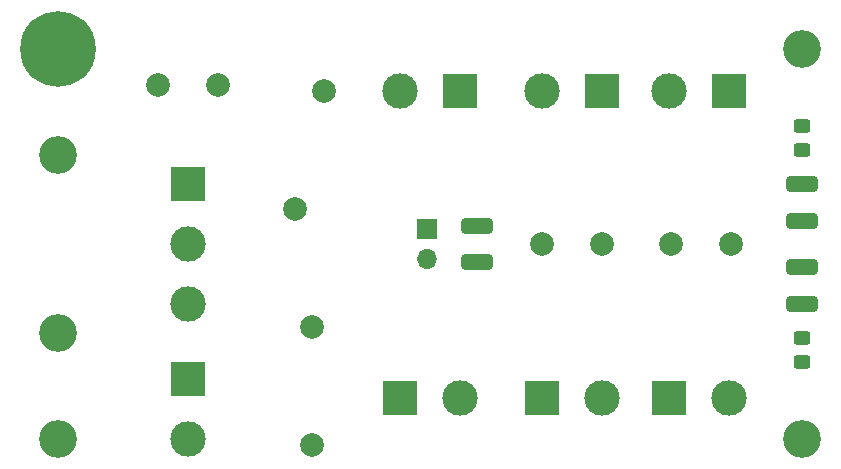
<source format=gts>
G04 #@! TF.GenerationSoftware,KiCad,Pcbnew,(6.0.8)*
G04 #@! TF.CreationDate,2022-10-30T15:33:41+01:00*
G04 #@! TF.ProjectId,PowerInput,506f7765-7249-46e7-9075-742e6b696361,rev?*
G04 #@! TF.SameCoordinates,Original*
G04 #@! TF.FileFunction,Soldermask,Top*
G04 #@! TF.FilePolarity,Negative*
%FSLAX46Y46*%
G04 Gerber Fmt 4.6, Leading zero omitted, Abs format (unit mm)*
G04 Created by KiCad (PCBNEW (6.0.8)) date 2022-10-30 15:33:41*
%MOMM*%
%LPD*%
G01*
G04 APERTURE LIST*
G04 Aperture macros list*
%AMRoundRect*
0 Rectangle with rounded corners*
0 $1 Rounding radius*
0 $2 $3 $4 $5 $6 $7 $8 $9 X,Y pos of 4 corners*
0 Add a 4 corners polygon primitive as box body*
4,1,4,$2,$3,$4,$5,$6,$7,$8,$9,$2,$3,0*
0 Add four circle primitives for the rounded corners*
1,1,$1+$1,$2,$3*
1,1,$1+$1,$4,$5*
1,1,$1+$1,$6,$7*
1,1,$1+$1,$8,$9*
0 Add four rect primitives between the rounded corners*
20,1,$1+$1,$2,$3,$4,$5,0*
20,1,$1+$1,$4,$5,$6,$7,0*
20,1,$1+$1,$6,$7,$8,$9,0*
20,1,$1+$1,$8,$9,$2,$3,0*%
G04 Aperture macros list end*
%ADD10RoundRect,0.250000X-1.075000X0.400000X-1.075000X-0.400000X1.075000X-0.400000X1.075000X0.400000X0*%
%ADD11R,1.700000X1.700000*%
%ADD12O,1.700000X1.700000*%
%ADD13C,3.200000*%
%ADD14C,2.000000*%
%ADD15RoundRect,0.250000X1.075000X-0.400000X1.075000X0.400000X-1.075000X0.400000X-1.075000X-0.400000X0*%
%ADD16R,3.000000X3.000000*%
%ADD17C,3.000000*%
%ADD18C,0.800000*%
%ADD19C,6.400000*%
%ADD20RoundRect,0.250000X0.450000X-0.325000X0.450000X0.325000X-0.450000X0.325000X-0.450000X-0.325000X0*%
%ADD21RoundRect,0.250000X-0.450000X0.325000X-0.450000X-0.325000X0.450000X-0.325000X0.450000X0.325000X0*%
G04 APERTURE END LIST*
D10*
X109000000Y-63450000D03*
X109000000Y-66550000D03*
D11*
X104750000Y-63750000D03*
D12*
X104750000Y-66290000D03*
D13*
X73500000Y-72500000D03*
X73500000Y-57500000D03*
D14*
X96000000Y-52000000D03*
X93600000Y-62000000D03*
D10*
X136500000Y-66950000D03*
X136500000Y-70050000D03*
D15*
X136500000Y-63050000D03*
X136500000Y-59950000D03*
D16*
X125210000Y-78000000D03*
D17*
X130290000Y-78000000D03*
D16*
X130290000Y-52000000D03*
D17*
X125210000Y-52000000D03*
D16*
X84500000Y-59941500D03*
D17*
X84500000Y-65021500D03*
X84500000Y-70101500D03*
X119540000Y-78000000D03*
D16*
X114460000Y-78000000D03*
X119540000Y-52000000D03*
D17*
X114460000Y-52000000D03*
D16*
X102500000Y-78000000D03*
D17*
X107580000Y-78000000D03*
X102500000Y-52000000D03*
D16*
X107580000Y-52000000D03*
X84500000Y-76460000D03*
D17*
X84500000Y-81540000D03*
D13*
X136500000Y-81500000D03*
X136500000Y-48500000D03*
X73500000Y-81500000D03*
D18*
X73500000Y-46100000D03*
X75197056Y-50197056D03*
X75197056Y-46802944D03*
X75900000Y-48500000D03*
D19*
X73500000Y-48500000D03*
D18*
X73500000Y-50900000D03*
X71802944Y-46802944D03*
X71802944Y-50197056D03*
X71100000Y-48500000D03*
D14*
X119540000Y-65000000D03*
X114460000Y-65000000D03*
X130500000Y-65000000D03*
X125420000Y-65000000D03*
X81960000Y-51500000D03*
X87040000Y-51500000D03*
D20*
X136500000Y-75025000D03*
X136500000Y-72975000D03*
D21*
X136500000Y-54975000D03*
X136500000Y-57025000D03*
D14*
X95000000Y-72000000D03*
X95000000Y-82000000D03*
M02*

</source>
